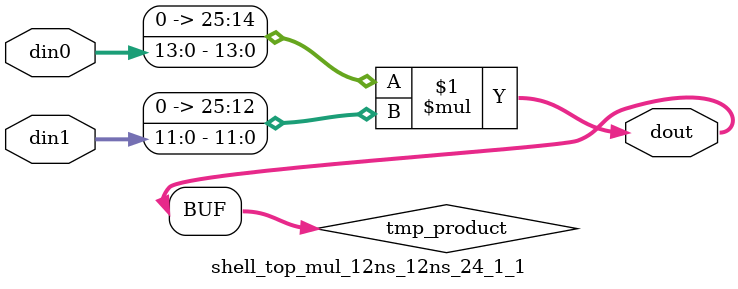
<source format=v>

`timescale 1 ns / 1 ps

  module shell_top_mul_12ns_12ns_24_1_1(din0, din1, dout);
parameter ID = 1;
parameter NUM_STAGE = 0;
parameter din0_WIDTH = 14;
parameter din1_WIDTH = 12;
parameter dout_WIDTH = 26;

input [din0_WIDTH - 1 : 0] din0; 
input [din1_WIDTH - 1 : 0] din1; 
output [dout_WIDTH - 1 : 0] dout;

wire signed [dout_WIDTH - 1 : 0] tmp_product;










assign tmp_product = $signed({1'b0, din0}) * $signed({1'b0, din1});











assign dout = tmp_product;







endmodule

</source>
